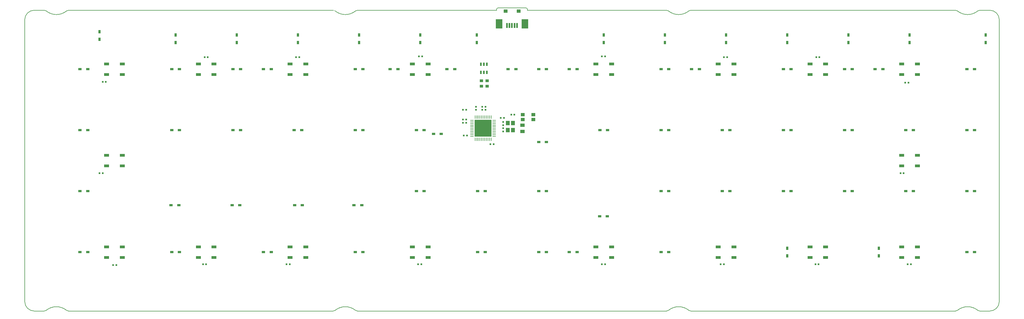
<source format=gbp>
G04*
G04 #@! TF.GenerationSoftware,Altium Limited,Altium Designer,20.2.6 (244)*
G04*
G04 Layer_Color=128*
%FSLAX43Y43*%
%MOMM*%
G71*
G04*
G04 #@! TF.SameCoordinates,1B96AE11-6956-4914-BCA9-E7287AB91291*
G04*
G04*
G04 #@! TF.FilePolarity,Positive*
G04*
G01*
G75*
%ADD10C,0.200*%
%ADD11C,0.013*%
%ADD33R,1.500X0.900*%
%ADD34R,0.500X1.600*%
%ADD35R,2.100X2.900*%
%ADD36R,1.300X1.000*%
%ADD37R,1.000X0.800*%
%ADD38R,0.600X0.600*%
%ADD39R,0.600X1.100*%
%ADD40R,0.800X1.000*%
%ADD41R,0.600X0.600*%
%ADD42R,1.000X0.900*%
%ADD43R,1.150X1.400*%
%ADD44R,1.400X1.000*%
%ADD45R,1.150X1.050*%
%ADD46R,5.300X5.300*%
%ADD47R,1.050X0.250*%
%ADD48R,0.250X1.050*%
D10*
X151775Y5900D02*
G03*
X148775Y8900I-3000J0D01*
G01*
Y-85098D02*
G03*
X151775Y-82098I0J3000D01*
G01*
X145083Y-84870D02*
G03*
X145718Y-85098I636J772D01*
G01*
X145083Y-84870D02*
G03*
X138727Y-84870I-3178J-3860D01*
G01*
X138092Y-85098D02*
G03*
X138727Y-84870I0J1000D01*
G01*
X55083D02*
G03*
X55718Y-85098I636J772D01*
G01*
X55083Y-84870D02*
G03*
X48727Y-84870I-3178J-3860D01*
G01*
X48092Y-85098D02*
G03*
X48727Y-84870I0J1000D01*
G01*
X-48727D02*
G03*
X-48092Y-85098I636J772D01*
G01*
X-48727Y-84870D02*
G03*
X-55083Y-84870I-3178J-3860D01*
G01*
X-55718Y-85098D02*
G03*
X-55083Y-84870I0J1000D01*
G01*
X-138727D02*
G03*
X-138092Y-85098I636J772D01*
G01*
X-138727Y-84870D02*
G03*
X-145083Y-84870I-3178J-3860D01*
G01*
X-145718Y-85098D02*
G03*
X-145083Y-84870I0J1000D01*
G01*
X-151775Y-82098D02*
G03*
X-148775Y-85098I3000J0D01*
G01*
Y8900D02*
G03*
X-151775Y5900I0J-3000D01*
G01*
X-145085Y8672D02*
G03*
X-145721Y8900I-636J-772D01*
G01*
X-145085Y8672D02*
G03*
X-138725Y8672I3180J3858D01*
G01*
X-138089Y8900D02*
G03*
X-138725Y8672I0J-1000D01*
G01*
X-55085D02*
G03*
X-48725Y8672I3180J3858D01*
G01*
X-48089Y8900D02*
G03*
X-48725Y8672I0J-1000D01*
G01*
X48725D02*
G03*
X48089Y8900I-636J-772D01*
G01*
X48725Y8672D02*
G03*
X55085Y8672I3180J3858D01*
G01*
X55721Y8900D02*
G03*
X55085Y8672I0J-1000D01*
G01*
X138725D02*
G03*
X138089Y8900I-636J-772D01*
G01*
X138725Y8672D02*
G03*
X145085Y8672I3180J3858D01*
G01*
X145721Y8900D02*
G03*
X145085Y8672I0J-1000D01*
G01*
X-4325Y9620D02*
G03*
X-4825Y9120I0J-500D01*
G01*
X4825Y9120D02*
G03*
X4325Y9620I-500J0D01*
G01*
X4825Y8900D02*
Y9120D01*
X151775Y-82098D02*
Y5900D01*
X145718Y-85098D02*
X148775D01*
X-151775Y-82098D02*
Y5900D01*
X-148775Y8900D02*
X-145721D01*
X-4825D02*
Y9120D01*
X-4325Y9620D02*
X4325D01*
X4825Y8900D02*
X48089D01*
X-48092Y-85098D02*
X48092D01*
X-138092D02*
X-55718D01*
X-148775D02*
X-145718D01*
X55718D02*
X138092D01*
X-48089Y8900D02*
X-4825D01*
X-138089D02*
X-55721D01*
X145721D02*
X148775D01*
X55721D02*
X138089D01*
D11*
X-55085Y8672D02*
G03*
X-55721Y8900I-636J-772D01*
G01*
D33*
X121375Y-39750D02*
D03*
X121375Y-36450D02*
D03*
X126275D02*
D03*
X126275Y-39750D02*
D03*
Y-11175D02*
D03*
X126275Y-7875D02*
D03*
X121375D02*
D03*
X121375Y-11175D02*
D03*
X92800D02*
D03*
X92800Y-7875D02*
D03*
X97700D02*
D03*
X97700Y-11175D02*
D03*
X69125D02*
D03*
X69125Y-7875D02*
D03*
X64225D02*
D03*
X64225Y-11175D02*
D03*
X26125D02*
D03*
X26125Y-7875D02*
D03*
X31025D02*
D03*
X31025Y-11175D02*
D03*
X-26125D02*
D03*
X-26125Y-7875D02*
D03*
X-31025D02*
D03*
X-31025Y-11175D02*
D03*
X-69125D02*
D03*
X-69125Y-7875D02*
D03*
X-64225D02*
D03*
X-64225Y-11175D02*
D03*
X-92800D02*
D03*
X-92800Y-7875D02*
D03*
X-97700D02*
D03*
X-97700Y-11175D02*
D03*
X-126275D02*
D03*
X-126275Y-7875D02*
D03*
X-121375D02*
D03*
X-121375Y-11175D02*
D03*
Y-39750D02*
D03*
X-121375Y-36450D02*
D03*
X-126275D02*
D03*
X-126275Y-39750D02*
D03*
Y-68325D02*
D03*
X-126275Y-65025D02*
D03*
X-121375D02*
D03*
X-121375Y-68325D02*
D03*
X-92800D02*
D03*
X-92800Y-65025D02*
D03*
X-97700D02*
D03*
X-97700Y-68325D02*
D03*
X-69125D02*
D03*
X-69125Y-65025D02*
D03*
X-64225D02*
D03*
X-64225Y-68325D02*
D03*
X-26125D02*
D03*
X-26125Y-65025D02*
D03*
X-31025D02*
D03*
X-31025Y-68325D02*
D03*
X26125D02*
D03*
X26125Y-65025D02*
D03*
X31025D02*
D03*
X31025Y-68325D02*
D03*
X69125D02*
D03*
X69125Y-65025D02*
D03*
X64225D02*
D03*
X64225Y-68325D02*
D03*
X92800D02*
D03*
X92800Y-65025D02*
D03*
X97700D02*
D03*
X97700Y-68325D02*
D03*
X126275D02*
D03*
X126275Y-65025D02*
D03*
X121375D02*
D03*
X121375Y-68325D02*
D03*
D34*
X1600Y4100D02*
D03*
X800D02*
D03*
X-800D02*
D03*
X-1600D02*
D03*
X0D02*
D03*
D35*
X4000Y4600D02*
D03*
X-4000D02*
D03*
D36*
X2100Y8600D02*
D03*
X-2000D02*
D03*
D37*
X10725Y-47625D02*
D03*
X8325D02*
D03*
X-22050Y-29750D02*
D03*
X-24450D02*
D03*
X-29775Y-28575D02*
D03*
X-27375D02*
D03*
X29700Y-55500D02*
D03*
X27300D02*
D03*
X-46800Y-52000D02*
D03*
X-49200D02*
D03*
X-65300D02*
D03*
X-67700D02*
D03*
X-103800D02*
D03*
X-106200D02*
D03*
X-84800D02*
D03*
X-87200D02*
D03*
X-10725Y-47625D02*
D03*
X-8325D02*
D03*
X84525D02*
D03*
X86925D02*
D03*
X46425D02*
D03*
X48825D02*
D03*
X65475D02*
D03*
X67875D02*
D03*
X-37950Y-9500D02*
D03*
X-35550D02*
D03*
X8300Y-32250D02*
D03*
X10700D02*
D03*
X8325Y-9525D02*
D03*
X10725D02*
D03*
X-1200D02*
D03*
X1200D02*
D03*
X144075Y-66675D02*
D03*
X141675D02*
D03*
X-48825Y-28575D02*
D03*
X-46425D02*
D03*
X-67875D02*
D03*
X-65475D02*
D03*
X-86925Y-9525D02*
D03*
X-84525D02*
D03*
X-105975D02*
D03*
X-103575D02*
D03*
X-134550D02*
D03*
X-132150D02*
D03*
X-20250D02*
D03*
X-17850D02*
D03*
X-48825D02*
D03*
X-46425D02*
D03*
X-77400D02*
D03*
X-75000D02*
D03*
X103575D02*
D03*
X105975D02*
D03*
X86925D02*
D03*
X84525D02*
D03*
X55950D02*
D03*
X58350D02*
D03*
X46425D02*
D03*
X48825D02*
D03*
X17850D02*
D03*
X20250D02*
D03*
X-86925Y-28575D02*
D03*
X-84525D02*
D03*
X-105975D02*
D03*
X-103575D02*
D03*
X-134550D02*
D03*
X-132150D02*
D03*
X141675Y-9525D02*
D03*
X144075D02*
D03*
X113100D02*
D03*
X115500D02*
D03*
X46425Y-66675D02*
D03*
X48825D02*
D03*
X17850D02*
D03*
X20250D02*
D03*
X8325D02*
D03*
X10725D02*
D03*
X-10725D02*
D03*
X-8325D02*
D03*
X-48825D02*
D03*
X-46425D02*
D03*
X-75000D02*
D03*
X-77400D02*
D03*
X-105975D02*
D03*
X-103575D02*
D03*
X-134550D02*
D03*
X-132150D02*
D03*
X141675Y-47625D02*
D03*
X144075D02*
D03*
X122625D02*
D03*
X125025D02*
D03*
X103575D02*
D03*
X105975D02*
D03*
X-29775D02*
D03*
X-27375D02*
D03*
X-134550D02*
D03*
X-132150D02*
D03*
X141675Y-28575D02*
D03*
X144075D02*
D03*
X122625D02*
D03*
X125025D02*
D03*
X103575D02*
D03*
X105975D02*
D03*
X84525D02*
D03*
X86925D02*
D03*
X65475D02*
D03*
X67875D02*
D03*
X46425D02*
D03*
X48825D02*
D03*
X27375D02*
D03*
X29775D02*
D03*
D38*
X-250Y-23750D02*
D03*
X750D02*
D03*
X-15250Y-22250D02*
D03*
X-14250D02*
D03*
X-66250Y-5750D02*
D03*
X-67250D02*
D03*
X-28000Y-5500D02*
D03*
X-29000D02*
D03*
X67000Y-5750D02*
D03*
X66000D02*
D03*
X95750D02*
D03*
X94750D02*
D03*
X-3500Y-24750D02*
D03*
X-2500D02*
D03*
X-14250Y-25250D02*
D03*
X-15250D02*
D03*
X-14250Y-26250D02*
D03*
X-15250D02*
D03*
X-6750Y-33000D02*
D03*
X-5750D02*
D03*
X-14000Y-30250D02*
D03*
X-15000D02*
D03*
X-95250Y-70500D02*
D03*
X-96250D02*
D03*
X28000Y-5500D02*
D03*
X29000D02*
D03*
X122500Y-13750D02*
D03*
X123500D02*
D03*
X121000Y-42000D02*
D03*
X122000D02*
D03*
X123250Y-70500D02*
D03*
X124250D02*
D03*
X94500D02*
D03*
X95500D02*
D03*
X28000D02*
D03*
X29000D02*
D03*
X-29250D02*
D03*
X-28250D02*
D03*
X65000D02*
D03*
X66000D02*
D03*
X-70250D02*
D03*
X-69250D02*
D03*
X-124250Y-70750D02*
D03*
X-123250D02*
D03*
X-95750Y-5750D02*
D03*
X-94750D02*
D03*
X-127500Y-13500D02*
D03*
X-126500D02*
D03*
X-128500Y-42000D02*
D03*
X-127500D02*
D03*
D39*
X-9700Y-8000D02*
D03*
X-8750D02*
D03*
X-7800D02*
D03*
Y-10500D02*
D03*
X-8750D02*
D03*
X-9700D02*
D03*
D40*
X-11000Y-1200D02*
D03*
Y1200D02*
D03*
X-66675D02*
D03*
Y-1200D02*
D03*
X28575Y1200D02*
D03*
Y-1200D02*
D03*
X114300Y-67875D02*
D03*
Y-65475D02*
D03*
X-28575Y1200D02*
D03*
Y-1200D02*
D03*
X-47625Y1200D02*
D03*
Y-1200D02*
D03*
X-85725Y1200D02*
D03*
Y-1200D02*
D03*
X-104775Y1200D02*
D03*
Y-1200D02*
D03*
X-128500Y2200D02*
D03*
Y-200D02*
D03*
X104775Y1200D02*
D03*
Y-1200D02*
D03*
X85725Y1200D02*
D03*
Y-1200D02*
D03*
X66675Y1200D02*
D03*
Y-1200D02*
D03*
X47625Y1200D02*
D03*
Y-1200D02*
D03*
X147500Y1200D02*
D03*
Y-1200D02*
D03*
X123825Y1200D02*
D03*
Y-1200D02*
D03*
X85725Y-67875D02*
D03*
Y-65475D02*
D03*
D41*
X-9250Y-22250D02*
D03*
Y-21250D02*
D03*
X-8250Y-22250D02*
D03*
Y-21250D02*
D03*
X-11250Y-22250D02*
D03*
Y-21250D02*
D03*
X-2750Y-26000D02*
D03*
Y-27000D02*
D03*
Y-28000D02*
D03*
Y-29000D02*
D03*
D42*
X-9500Y-14850D02*
D03*
Y-13150D02*
D03*
X-7750Y-14850D02*
D03*
Y-13150D02*
D03*
D43*
X300Y-26400D02*
D03*
Y-28600D02*
D03*
X-1300D02*
D03*
Y-26400D02*
D03*
D44*
X3250Y-29000D02*
D03*
Y-27000D02*
D03*
D45*
X3325Y-25225D02*
D03*
Y-23775D02*
D03*
X6675Y-25225D02*
D03*
Y-23775D02*
D03*
D46*
X-9000Y-28000D02*
D03*
D47*
X-12475Y-25500D02*
D03*
Y-26000D02*
D03*
Y-26500D02*
D03*
Y-27000D02*
D03*
Y-27500D02*
D03*
Y-28000D02*
D03*
Y-28500D02*
D03*
Y-29000D02*
D03*
Y-29500D02*
D03*
Y-30000D02*
D03*
Y-30500D02*
D03*
X-5525D02*
D03*
Y-30000D02*
D03*
Y-29500D02*
D03*
Y-29000D02*
D03*
Y-28500D02*
D03*
Y-28000D02*
D03*
Y-27500D02*
D03*
Y-27000D02*
D03*
Y-26500D02*
D03*
Y-26000D02*
D03*
Y-25500D02*
D03*
D48*
X-11500Y-31475D02*
D03*
X-11000D02*
D03*
X-10500D02*
D03*
X-10000D02*
D03*
X-9500D02*
D03*
X-9000D02*
D03*
X-8500D02*
D03*
X-8000D02*
D03*
X-7500D02*
D03*
X-7000D02*
D03*
X-6500D02*
D03*
Y-24525D02*
D03*
X-7000D02*
D03*
X-7500D02*
D03*
X-8000D02*
D03*
X-8500D02*
D03*
X-9000D02*
D03*
X-9500D02*
D03*
X-10000D02*
D03*
X-10500D02*
D03*
X-11000D02*
D03*
X-11500D02*
D03*
M02*

</source>
